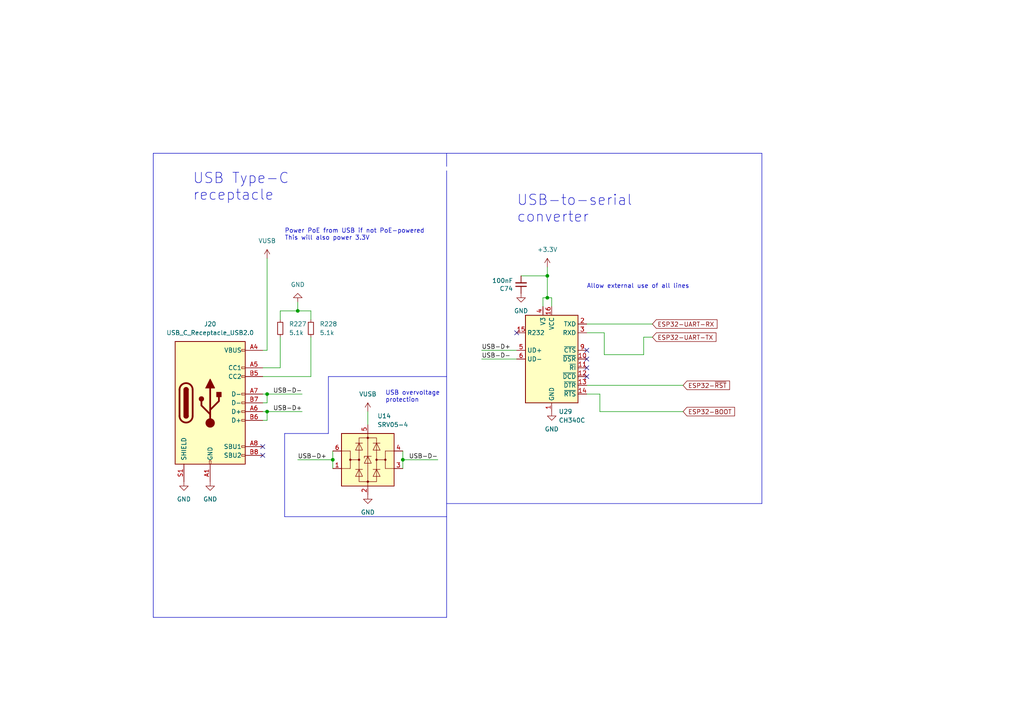
<source format=kicad_sch>
(kicad_sch (version 20230121) (generator eeschema)
  (paper "A4")
  (lib_symbols
    (symbol "AllConnectBaseboard:VUSB" (power) (pin_names (offset 0))
      (property "Value" "VUSB" (at 0 2.54 0))
      (symbol "VUSB_0_0"
        (pin power_in line (at 0 0 90) (length 0) hide (name "VUSB") (number "1"))
      )
      (symbol "VUSB_0_1"
        (polyline (pts (xy -0.762 1.27) (xy 0 2.54)))
        (polyline (pts (xy 0 0) (xy 0 2.54)))
        (polyline (pts (xy 0 2.54) (xy 0.762 1.27)))
      )
    )
    (symbol "Connector:USB_C_Receptacle_USB2.0" (pin_names (offset 1.016))
      (property "Reference" "J" (at -10.16 19.05 0))
      (property "Value" "USB_C_Receptacle_USB2.0" (at 19.05 19.05 0))
      (symbol "USB_C_Receptacle_USB2.0_0_0"
        (rectangle (start -0.254 -17.78) (end 0.254 -16.764))
        (rectangle (start 10.16 -14.986) (end 9.144 -15.494))
        (rectangle (start 10.16 -12.446) (end 9.144 -12.954))
        (rectangle (start 10.16 -4.826) (end 9.144 -5.334))
        (rectangle (start 10.16 -2.286) (end 9.144 -2.794))
        (rectangle (start 10.16 0.254) (end 9.144 -0.254))
        (rectangle (start 10.16 2.794) (end 9.144 2.286))
        (rectangle (start 10.16 7.874) (end 9.144 7.366))
        (rectangle (start 10.16 10.414) (end 9.144 9.906))
        (rectangle (start 10.16 15.494) (end 9.144 14.986))
      )
      (symbol "USB_C_Receptacle_USB2.0_0_1"
        (rectangle (start -10.16 17.78) (end 10.16 -17.78) (stroke (width 0.254)) (fill (type background)))
        (arc (start -8.89 -3.81) (mid -6.985 -5.7067) (end -5.08 -3.81) (stroke (width 0.508)))
        (arc (start -7.62 -3.81) (mid -6.985 -4.4423) (end -6.35 -3.81) (stroke (width 0.254)))
        (arc (start -7.62 -3.81) (mid -6.985 -4.4423) (end -6.35 -3.81) (stroke (width 0.254)) (fill (type outline)))
        (rectangle (start -7.62 -3.81) (end -6.35 3.81) (stroke (width 0.254)) (fill (type outline)))
        (arc (start -6.35 3.81) (mid -6.985 4.4423) (end -7.62 3.81) (stroke (width 0.254)))
        (arc (start -6.35 3.81) (mid -6.985 4.4423) (end -7.62 3.81) (stroke (width 0.254)) (fill (type outline)))
        (arc (start -5.08 3.81) (mid -6.985 5.7067) (end -8.89 3.81) (stroke (width 0.508)))
        (circle (center -2.54 1.143) (radius 0.635) (stroke (width 0.254)) (fill (type outline)))
        (circle (center 0 -5.842) (radius 1.27) (fill (type outline)))
        (polyline (pts (xy -8.89 -3.81) (xy -8.89 3.81)) (stroke (width 0.508)))
        (polyline (pts (xy -5.08 3.81) (xy -5.08 -3.81)) (stroke (width 0.508)))
        (polyline (pts (xy 0 -5.842) (xy 0 4.318)) (stroke (width 0.508)))
        (polyline (pts (xy 0 -3.302) (xy -2.54 -0.762) (xy -2.54 0.508)) (stroke (width 0.508)))
        (polyline (pts (xy 0 -2.032) (xy 2.54 0.508) (xy 2.54 1.778)) (stroke (width 0.508)))
        (polyline (pts (xy -1.27 4.318) (xy 0 6.858) (xy 1.27 4.318) (xy -1.27 4.318)) (stroke (width 0.254)) (fill (type outline)))
        (rectangle (start 1.905 1.778) (end 3.175 3.048) (stroke (width 0.254)) (fill (type outline)))
      )
      (symbol "USB_C_Receptacle_USB2.0_1_1"
        (pin passive line (at 0 -22.86 90) (length 5.08) (name "GND") (number "A1"))
        (pin passive line (at 0 -22.86 90) (length 5.08) hide (name "GND") (number "A12"))
        (pin passive line (at 15.24 15.24 180) (length 5.08) (name "VBUS") (number "A4"))
        (pin bidirectional line (at 15.24 10.16 180) (length 5.08) (name "CC1") (number "A5"))
        (pin bidirectional line (at 15.24 -2.54 180) (length 5.08) (name "D+") (number "A6"))
        (pin bidirectional line (at 15.24 2.54 180) (length 5.08) (name "D-") (number "A7"))
        (pin bidirectional line (at 15.24 -12.7 180) (length 5.08) (name "SBU1") (number "A8"))
        (pin passive line (at 15.24 15.24 180) (length 5.08) hide (name "VBUS") (number "A9"))
        (pin passive line (at 0 -22.86 90) (length 5.08) hide (name "GND") (number "B1"))
        (pin passive line (at 0 -22.86 90) (length 5.08) hide (name "GND") (number "B12"))
        (pin passive line (at 15.24 15.24 180) (length 5.08) hide (name "VBUS") (number "B4"))
        (pin bidirectional line (at 15.24 7.62 180) (length 5.08) (name "CC2") (number "B5"))
        (pin bidirectional line (at 15.24 -5.08 180) (length 5.08) (name "D+") (number "B6"))
        (pin bidirectional line (at 15.24 0 180) (length 5.08) (name "D-") (number "B7"))
        (pin bidirectional line (at 15.24 -15.24 180) (length 5.08) (name "SBU2") (number "B8"))
        (pin passive line (at 15.24 15.24 180) (length 5.08) hide (name "VBUS") (number "B9"))
        (pin passive line (at -7.62 -22.86 90) (length 5.08) (name "SHIELD") (number "S1"))
      )
    )
    (symbol "Device:C_Small" (pin_numbers hide) (pin_names (offset 0.254) hide)
      (property "Reference" "C" (at 0.254 1.778 0))
      (property "Value" "C_Small" (at 0.254 -2.032 0))
      (symbol "C_Small_0_1"
        (polyline (pts (xy -1.524 -0.508) (xy 1.524 -0.508)) (stroke (width 0.3302)))
        (polyline (pts (xy -1.524 0.508) (xy 1.524 0.508)) (stroke (width 0.3048)))
      )
      (symbol "C_Small_1_1"
        (pin passive line (at 0 2.54 270) (length 2.032) (name "~") (number "1"))
        (pin passive line (at 0 -2.54 90) (length 2.032) (name "~") (number "2"))
      )
    )
    (symbol "Device:R_Small" (pin_numbers hide) (pin_names (offset 0.254) hide)
      (property "Reference" "R" (at 0.762 0.508 0))
      (property "Value" "R_Small" (at 0.762 -1.016 0))
      (symbol "R_Small_0_1"
        (rectangle (start -0.762 1.778) (end 0.762 -1.778) (stroke (width 0.2032)))
      )
      (symbol "R_Small_1_1"
        (pin passive line (at 0 2.54 270) (length 0.762) (name "~") (number "1"))
        (pin passive line (at 0 -2.54 90) (length 0.762) (name "~") (number "2"))
      )
    )
    (symbol "Interface_USB:CH340C"
      (property "Reference" "U" (at -5.08 13.97 0))
      (property "Value" "CH340C" (at 1.27 13.97 0))
      (symbol "CH340C_0_1"
        (rectangle (start -7.62 12.7) (end 7.62 -12.7) (stroke (width 0.254)) (fill (type background)))
      )
      (symbol "CH340C_1_1"
        (pin power_in line (at 0 -15.24 90) (length 2.54) (name "GND") (number "1"))
        (pin input line (at 10.16 0 180) (length 2.54) (name "~{DSR}") (number "10"))
        (pin input line (at 10.16 -2.54 180) (length 2.54) (name "~{RI}") (number "11"))
        (pin input line (at 10.16 -5.08 180) (length 2.54) (name "~{DCD}") (number "12"))
        (pin output line (at 10.16 -7.62 180) (length 2.54) (name "~{DTR}") (number "13"))
        (pin output line (at 10.16 -10.16 180) (length 2.54) (name "~{RTS}") (number "14"))
        (pin input line (at -10.16 7.62 0) (length 2.54) (name "R232") (number "15"))
        (pin power_in line (at 0 15.24 270) (length 2.54) (name "VCC") (number "16"))
        (pin output line (at 10.16 10.16 180) (length 2.54) (name "TXD") (number "2"))
        (pin input line (at 10.16 7.62 180) (length 2.54) (name "RXD") (number "3"))
        (pin passive line (at -2.54 15.24 270) (length 2.54) (name "V3") (number "4"))
        (pin bidirectional line (at -10.16 2.54 0) (length 2.54) (name "UD+") (number "5"))
        (pin bidirectional line (at -10.16 0 0) (length 2.54) (name "UD-") (number "6"))
        (pin no_connect line (at -7.62 -7.62 0) (length 2.54) hide (name "NC") (number "7"))
        (pin no_connect line (at -7.62 -10.16 0) (length 2.54) hide (name "NC") (number "8"))
        (pin input line (at 10.16 2.54 180) (length 2.54) (name "~{CTS}") (number "9"))
      )
    )
    (symbol "Power_Protection:USBLC6-2SC6" (pin_names hide)
      (property "Reference" "U" (at 2.54 8.89 0))
      (property "Value" "USBLC6-2SC6" (at 2.54 -8.89 0))
      (symbol "USBLC6-2SC6_0_1"
        (rectangle (start -7.62 -7.62) (end 7.62 7.62) (stroke (width 0.254)) (fill (type background)))
        (circle (center -5.08 0) (radius 0.254) (fill (type outline)))
        (circle (center -2.54 0) (radius 0.254) (fill (type outline)))
        (rectangle (start -2.54 6.35) (end 2.54 -6.35))
        (circle (center 0 -6.35) (radius 0.254) (fill (type outline)))
        (polyline (pts (xy -5.08 -2.54) (xy -7.62 -2.54)))
        (polyline (pts (xy -5.08 0) (xy -5.08 -2.54)))
        (polyline (pts (xy -5.08 2.54) (xy -7.62 2.54)))
        (polyline (pts (xy -1.524 -2.794) (xy -3.556 -2.794)))
        (polyline (pts (xy -1.524 4.826) (xy -3.556 4.826)))
        (polyline (pts (xy 0 -7.62) (xy 0 -6.35)))
        (polyline (pts (xy 0 -6.35) (xy 0 1.27)))
        (polyline (pts (xy 0 1.27) (xy 0 6.35)))
        (polyline (pts (xy 0 6.35) (xy 0 7.62)))
        (polyline (pts (xy 1.524 -2.794) (xy 3.556 -2.794)))
        (polyline (pts (xy 1.524 4.826) (xy 3.556 4.826)))
        (polyline (pts (xy 5.08 -2.54) (xy 7.62 -2.54)))
        (polyline (pts (xy 5.08 0) (xy 5.08 -2.54)))
        (polyline (pts (xy 5.08 2.54) (xy 7.62 2.54)))
        (polyline (pts (xy -2.54 0) (xy -5.08 0) (xy -5.08 2.54)))
        (polyline (pts (xy 2.54 0) (xy 5.08 0) (xy 5.08 2.54)))
        (polyline (pts (xy -3.556 -4.826) (xy -1.524 -4.826) (xy -2.54 -2.794) (xy -3.556 -4.826)))
        (polyline (pts (xy -3.556 2.794) (xy -1.524 2.794) (xy -2.54 4.826) (xy -3.556 2.794)))
        (polyline (pts (xy -1.016 -1.016) (xy 1.016 -1.016) (xy 0 1.016) (xy -1.016 -1.016)))
        (polyline (pts (xy 1.016 1.016) (xy 0.762 1.016) (xy -1.016 1.016) (xy -1.016 0.508)))
        (polyline (pts (xy 3.556 -4.826) (xy 1.524 -4.826) (xy 2.54 -2.794) (xy 3.556 -4.826)))
        (polyline (pts (xy 3.556 2.794) (xy 1.524 2.794) (xy 2.54 4.826) (xy 3.556 2.794)))
        (circle (center 0 6.35) (radius 0.254) (fill (type outline)))
        (circle (center 2.54 0) (radius 0.254) (fill (type outline)))
        (circle (center 5.08 0) (radius 0.254) (fill (type outline)))
      )
      (symbol "USBLC6-2SC6_1_1"
        (pin passive line (at -10.16 -2.54 0) (length 2.54) (name "I/O1") (number "1"))
        (pin passive line (at 0 -10.16 90) (length 2.54) (name "GND") (number "2"))
        (pin passive line (at 10.16 -2.54 180) (length 2.54) (name "I/O2") (number "3"))
        (pin passive line (at 10.16 2.54 180) (length 2.54) (name "I/O2") (number "4"))
        (pin passive line (at 0 10.16 270) (length 2.54) (name "VBUS") (number "5"))
        (pin passive line (at -10.16 2.54 0) (length 2.54) (name "I/O1") (number "6"))
      )
    )
    (symbol "power:+3.3V" (power) (pin_names (offset 0))
      (property "Value" "+3.3V" (at 0 3.556 0))
      (symbol "+3.3V_0_1"
        (polyline (pts (xy -0.762 1.27) (xy 0 2.54)))
        (polyline (pts (xy 0 0) (xy 0 2.54)))
        (polyline (pts (xy 0 2.54) (xy 0.762 1.27)))
      )
      (symbol "+3.3V_1_1"
        (pin power_in line (at 0 0 90) (length 0) hide (name "+3.3V") (number "1"))
      )
    )
    (symbol "power:GND" (power) (pin_names (offset 0))
      (property "Value" "GND" (at 0 -3.81 0))
      (symbol "GND_0_1"
        (polyline (pts (xy 0 0) (xy 0 -1.27) (xy 1.27 -1.27) (xy 0 -2.54) (xy -1.27 -1.27) (xy 0 -1.27)))
      )
      (symbol "GND_1_1"
        (pin power_in line (at 0 0 270) (length 0) hide (name "GND") (number "1"))
      )
    )
  )
  (junction (at 77.47 114.3))
  (junction (at 158.75 80.01))
  (junction (at 116.84 133.35))
  (junction (at 86.36 90.17))
  (junction (at 77.47 119.38))
  (junction (at 96.52 133.35))
  (junction (at 158.75 86.36))
  (no_connect (at 149.86 96.52))
  (no_connect (at 170.18 104.14))
  (no_connect (at 76.2 132.08))
  (no_connect (at 170.18 106.68))
  (no_connect (at 170.18 101.6))
  (no_connect (at 76.2 129.54))
  (no_connect (at 170.18 109.22))
  (wire (pts (xy 173.99 114.3) (xy 170.18 114.3)))
  (wire (pts (xy 90.17 109.22) (xy 90.17 97.79)))
  (wire (pts (xy 139.7 101.6) (xy 149.86 101.6)))
  (wire (pts (xy 170.18 93.98) (xy 189.23 93.98)))
  (wire (pts (xy 186.69 97.79) (xy 186.69 102.87)))
  (wire (pts (xy 81.28 106.68) (xy 76.2 106.68)))
  (wire (pts (xy 96.52 130.81) (xy 96.52 133.35)))
  (wire (pts (xy 81.28 90.17) (xy 81.28 92.71)))
  (polyline (pts (xy 95.25 109.22) (xy 95.25 125.73)))
  (polyline (pts (xy 82.55 125.73) (xy 82.55 149.86)))
  (polyline (pts (xy 129.54 44.45) (xy 129.54 48.26)))
  (wire (pts (xy 116.84 130.81) (xy 116.84 133.35)))
  (wire (pts (xy 189.23 97.79) (xy 186.69 97.79)))
  (polyline (pts (xy 129.54 49.53) (xy 129.54 179.07)))
  (polyline (pts (xy 95.25 125.73) (xy 82.55 125.73)))
  (polyline (pts (xy 82.55 149.86) (xy 129.54 149.86)))
  (polyline (pts (xy 44.45 44.45) (xy 129.54 44.45)))
  (wire (pts (xy 170.18 111.76) (xy 198.12 111.76)))
  (wire (pts (xy 86.36 87.63) (xy 86.36 90.17)))
  (wire (pts (xy 106.68 119.38) (xy 106.68 123.19)))
  (wire (pts (xy 116.84 133.35) (xy 116.84 135.89)))
  (wire (pts (xy 77.47 74.93) (xy 77.47 101.6)))
  (wire (pts (xy 76.2 121.92) (xy 77.47 121.92)))
  (wire (pts (xy 160.02 86.36) (xy 158.75 86.36)))
  (wire (pts (xy 77.47 116.84) (xy 77.47 114.3)))
  (wire (pts (xy 76.2 109.22) (xy 90.17 109.22)))
  (wire (pts (xy 175.26 102.87) (xy 186.69 102.87)))
  (polyline (pts (xy 44.45 179.07) (xy 44.45 44.45)))
  (wire (pts (xy 86.36 90.17) (xy 90.17 90.17)))
  (wire (pts (xy 90.17 90.17) (xy 90.17 92.71)))
  (polyline (pts (xy 220.98 146.05) (xy 129.54 146.05)))
  (wire (pts (xy 157.48 86.36) (xy 157.48 88.9)))
  (wire (pts (xy 77.47 121.92) (xy 77.47 119.38)))
  (wire (pts (xy 96.52 133.35) (xy 96.52 135.89)))
  (wire (pts (xy 151.13 80.01) (xy 158.75 80.01)))
  (wire (pts (xy 173.99 119.38) (xy 198.12 119.38)))
  (wire (pts (xy 77.47 101.6) (xy 76.2 101.6)))
  (polyline (pts (xy 129.54 109.22) (xy 95.25 109.22)))
  (wire (pts (xy 158.75 80.01) (xy 158.75 86.36)))
  (wire (pts (xy 86.36 90.17) (xy 81.28 90.17)))
  (wire (pts (xy 158.75 77.47) (xy 158.75 80.01)))
  (wire (pts (xy 86.36 133.35) (xy 96.52 133.35)))
  (wire (pts (xy 173.99 119.38) (xy 173.99 114.3)))
  (wire (pts (xy 76.2 114.3) (xy 77.47 114.3)))
  (polyline (pts (xy 220.98 44.45) (xy 220.98 146.05)))
  (wire (pts (xy 170.18 96.52) (xy 175.26 96.52)))
  (wire (pts (xy 77.47 119.38) (xy 76.2 119.38)))
  (polyline (pts (xy 129.54 44.45) (xy 220.98 44.45)))
  (wire (pts (xy 116.84 133.35) (xy 127 133.35)))
  (wire (pts (xy 175.26 96.52) (xy 175.26 102.87)))
  (wire (pts (xy 160.02 88.9) (xy 160.02 86.36)))
  (polyline (pts (xy 129.54 179.07) (xy 44.45 179.07)))
  (wire (pts (xy 139.7 104.14) (xy 149.86 104.14)))
  (wire (pts (xy 81.28 97.79) (xy 81.28 106.68)))
  (wire (pts (xy 87.63 119.38) (xy 77.47 119.38)))
  (wire (pts (xy 158.75 86.36) (xy 157.48 86.36)))
  (wire (pts (xy 77.47 114.3) (xy 87.63 114.3)))
  (wire (pts (xy 76.2 116.84) (xy 77.47 116.84)))
  (text "USB Type-C\nreceptacle" (at 55.88 58.42 0) (effects (font (size 3 3)) (justify left bottom)))
  (text "USB overvoltage\nprotection" (at 111.76 116.84 0) (effects (font (size 1.27 1.27)) (justify left bottom)))
  (text "Allow external use of all lines" (at 170.18 83.82 0) (effects (font (size 1.27 1.27)) (justify left bottom)))
  (text "Power PoE from USB if not PoE-powered\nThis will also power 3.3V" (at 82.55 69.85 0) (effects (font (size 1.27 1.27)) (justify left bottom)))
  (text "USB-to-serial\nconverter" (at 149.86 64.77 0) (effects (font (size 3 3)) (justify left bottom)))
  (label "USB-D+" (at 87.63 119.38 180))
  (label "USB-D+" (at 86.36 133.35 0))
  (label "USB-D-" (at 87.63 114.3 180))
  (label "USB-D+" (at 139.7 101.6 0))
  (label "USB-D-" (at 139.7 104.14 0))
  (label "USB-D-" (at 127 133.35 180))
  (global_label "ESP32-BOOT" (shape input) (at 198.12 119.38 0) (property "Intersheetrefs" "${INTERSHEET_REFS}" (effects hide)) (property "Referenzen zwischen Schaltplänen" "${INTERSHEET_REFS}" (effects hide)))
  (global_label "ESP32-~{RST}" (shape input) (at 198.12 111.76 0) (property "Intersheetrefs" "${INTERSHEET_REFS}" (effects hide)) (property "Referenzen zwischen Schaltplänen" "${INTERSHEET_REFS}" (effects hide)))
  (global_label "ESP32-UART-RX" (shape input) (at 189.23 93.98 0) (property "Intersheetrefs" "${INTERSHEET_REFS}" (effects hide)) (property "Referenzen zwischen Schaltplänen" "${INTERSHEET_REFS}" (effects hide)))
  (global_label "ESP32-UART-TX" (shape input) (at 189.23 97.79 0) (property "Intersheetrefs" "${INTERSHEET_REFS}" (effects hide)) (property "Referenzen zwischen Schaltplänen" "${INTERSHEET_REFS}" (effects hide)))
  (symbol (lib_id "AllConnectBaseboard:VUSB") (at 106.68 119.38 0) (unit 1)
    (property "Reference" "#PWR066" (effects hide))
    (property "Value" "VUSB" (at 106.68 114.3 0))
    (instances (project "OpenPowerDistribution" (path "" (reference "#PWR0271") (unit 1))))
  )
  (symbol (lib_id "Device:R_Small") (at 90.17 95.25 0) (unit 1)
    (property "Reference" "R21" (at 92.71 93.9799 0) (effects (justify left)))
    (property "Value" "5.1k" (at 92.71 96.5199 0) (effects (justify left)))
    (property "Footprint" "Resistor_SMD:R_0603_1608Metric" (effects hide))
    (instances (project "OpenPowerDistribution" (path "" (reference "R228") (unit 1))))
  )
  (symbol (lib_id "power:GND") (at 53.34 139.7 0) (unit 1)
    (property "Reference" "#PWR062" (effects hide))
    (property "Value" "GND" (at 53.34 144.78 0))
    (instances (project "OpenPowerDistribution" (path "" (reference "#PWR0267") (unit 1))))
  )
  (symbol (lib_id "power:GND") (at 86.36 87.63 180) (unit 1)
    (property "Reference" "#PWR065" (effects hide))
    (property "Value" "GND" (at 86.36 82.55 0))
    (instances (project "OpenPowerDistribution" (path "" (reference "#PWR0270") (unit 1))))
  )
  (symbol (lib_id "Device:C_Small") (at 151.13 82.55 180) (unit 1)
    (property "Reference" "C26" (at 148.7932 83.7184 0) (effects (justify left)))
    (property "Value" "100nF" (at 148.7932 81.407 0) (effects (justify left)))
    (property "Footprint" "Capacitor_SMD:C_0603_1608Metric" (effects hide))
    (property "MPN" "CL10B104KB8NNWC" (effects hide))
    (property "MPNA1" "CL10B104KB8NNNC" (effects hide))
    (instances (project "OpenPowerDistribution" (path "" (reference "C74") (unit 1))))
  )
  (symbol (lib_id "Interface_USB:CH340C") (at 160.02 104.14 0) (unit 1)
    (property "Reference" "U9" (at 162.0394 119.38 0) (effects (justify left)))
    (property "Value" "CH340C" (at 162.0394 121.92 0) (effects (justify left)))
    (property "Footprint" "Package_SO:SOIC-16_3.9x9.9mm_P1.27mm" (effects hide))
    (property "Datasheet" "https://datasheet.lcsc.com/szlcsc/Jiangsu-Qin-Heng-CH340C_C84681.pdf" (effects hide))
    (instances (project "OpenPowerDistribution" (path "" (reference "U29") (unit 1))))
  )
  (symbol (lib_id "Device:R_Small") (at 81.28 95.25 0) (unit 1)
    (property "Reference" "R20" (at 83.82 93.98 0) (effects (justify left)))
    (property "Value" "5.1k" (at 83.82 96.5199 0) (effects (justify left)))
    (property "Footprint" "Resistor_SMD:R_0603_1608Metric" (effects hide))
    (instances (project "OpenPowerDistribution" (path "" (reference "R227") (unit 1))))
  )
  (symbol (lib_id "AllConnectBaseboard:VUSB") (at 77.47 74.93 0) (unit 1)
    (property "Reference" "#PWR064" (effects hide))
    (property "Value" "VUSB" (at 77.47 69.85 0))
    (instances (project "OpenPowerDistribution" (path "" (reference "#PWR0269") (unit 1))))
  )
  (symbol (lib_id "Power_Protection:USBLC6-2SC6") (at 106.68 133.35 0) (unit 1)
    (property "Reference" "U8" (at 109.4487 120.65 0) (effects (justify left)))
    (property "Value" "SRV05-4" (at 109.4487 123.19 0) (effects (justify left)))
    (property "Footprint" "Package_TO_SOT_SMD:SOT-23-6" (effects hide))
    (instances (project "OpenPowerDistribution" (path "" (reference "U14") (unit 1))))
  )
  (symbol (lib_id "power:GND") (at 151.13 85.09 0) (unit 1)
    (property "Reference" "#PWR068" (effects hide))
    (property "Value" "GND" (at 151.13 90.17 0))
    (instances (project "OpenPowerDistribution" (path "" (reference "#PWR0273") (unit 1))))
  )
  (symbol (lib_id "power:GND") (at 160.02 119.38 0) (unit 1)
    (property "Reference" "#PWR070" (effects hide))
    (property "Value" "GND" (at 160.02 124.46 0))
    (instances (project "OpenPowerDistribution" (path "" (reference "#PWR0303") (unit 1))))
  )
  (symbol (lib_id "power:+3.3V") (at 158.75 77.47 0) (unit 1)
    (property "Reference" "#PWR069" (effects hide))
    (property "Value" "+3.3V" (at 158.75 72.39 0))
    (instances (project "OpenPowerDistribution" (path "" (reference "#PWR0289") (unit 1))))
  )
  (symbol (lib_id "Connector:USB_C_Receptacle_USB2.0") (at 60.96 116.84 0) (unit 1)
    (property "Reference" "J2" (at 60.96 93.98 0))
    (property "Value" "USB_C_Receptacle_USB2.0" (at 60.96 96.52 0))
    (property "Footprint" "Connector_USB:USB_C_Receptacle_HCTL_HC-TYPE-C-16P-01A" (effects hide))
    (property "Datasheet" "https://www.usb.org/sites/default/files/documents/usb_type-c.zip" (effects hide))
    (instances (project "OpenPowerDistribution" (path "" (reference "J20") (unit 1))))
  )
  (symbol (lib_id "power:GND") (at 60.96 139.7 0) (unit 1)
    (property "Reference" "#PWR063" (effects hide))
    (property "Value" "GND" (at 60.96 144.78 0))
    (instances (project "OpenPowerDistribution" (path "" (reference "#PWR0268") (unit 1))))
  )
  (symbol (lib_id "power:GND") (at 106.68 143.51 0) (unit 1)
    (property "Reference" "#PWR067" (effects hide))
    (property "Value" "GND" (at 106.68 148.59 0))
    (instances (project "OpenPowerDistribution" (path "" (reference "#PWR0272") (unit 1))))
  )
)
</source>
